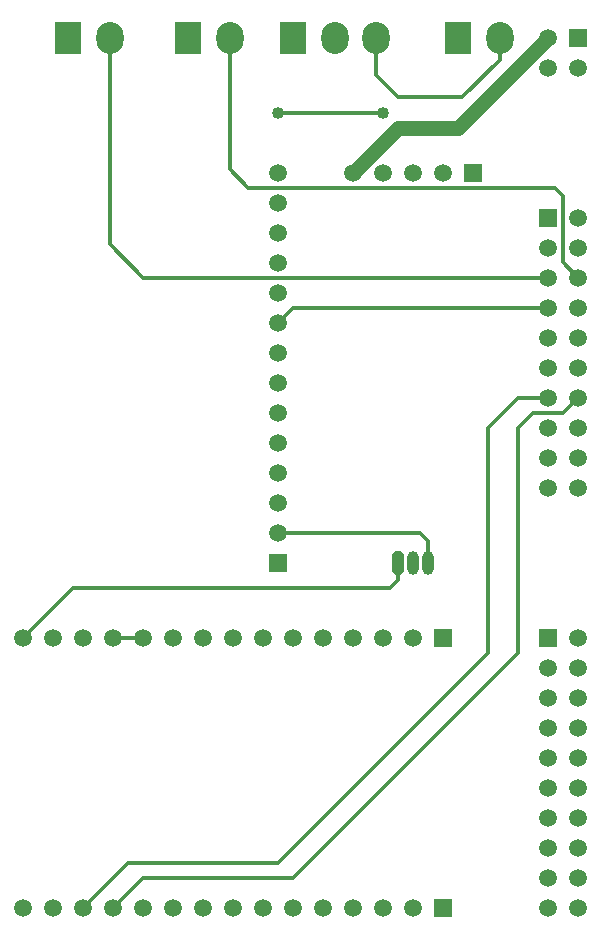
<source format=gbr>
G04 DipTrace 3.3.1.3*
G04 Top.gbr*
%MOIN*%
G04 #@! TF.FileFunction,Copper,L1,Top*
G04 #@! TF.Part,Single*
%AMOUTLINE0*
4,1,8,
-0.019685,-0.029528,
-0.009843,-0.03937,
0.009843,-0.03937,
0.019685,-0.029528,
0.019685,0.029528,
0.009843,0.03937,
-0.009843,0.03937,
-0.019685,0.029528,
-0.019685,-0.029528,
0*%
G04 #@! TA.AperFunction,Conductor*
%ADD13C,0.05*%
%ADD14C,0.012992*%
G04 #@! TA.AperFunction,ComponentPad*
%ADD15R,0.059055X0.059055*%
%ADD16C,0.059055*%
%ADD17R,0.090551X0.106299*%
%ADD18O,0.090551X0.106299*%
%ADD19O,0.03937X0.07874*%
G04 #@! TA.AperFunction,ViaPad*
%ADD20C,0.04*%
G04 #@! TA.AperFunction,ComponentPad*
%ADD39OUTLINE0*%
%FSLAX26Y26*%
G04*
G70*
G90*
G75*
G01*
G04 Top*
%LPD*%
X1743700Y2943700D2*
D13*
X1893700Y3093700D1*
X2093700D1*
X2393700Y3393700D1*
X2231495D2*
D14*
Y3321062D1*
X2105511Y3195078D1*
X1892322D1*
X1819291Y3268109D1*
Y3393700D1*
X1493700Y3143700D2*
X1843700D1*
X1993700Y1643700D2*
Y1717716D1*
X1967716Y1743700D1*
X1493700D1*
X1893700Y1643700D2*
Y1584842D1*
X1867716Y1558857D1*
X808857D1*
X643700Y1393700D1*
X931495Y3393700D2*
Y2705905D1*
X1043700Y2593700D1*
X2393700D1*
X2493700D2*
X2442716Y2644684D1*
Y2866731D1*
X2415747Y2893700D1*
X1393700D1*
X1331495Y2955905D1*
Y3393700D1*
X943700Y493700D2*
X1043700Y593700D1*
X1543700D1*
X2293700Y1343700D1*
Y2093700D1*
X2343700Y2143700D1*
X2443700D1*
X2493700Y2193700D1*
X1493700Y2443700D2*
X1543700Y2493700D1*
X2393700D1*
X843700Y493700D2*
X993700Y643700D1*
X1493700D1*
X2193700Y1343700D1*
Y2093700D1*
X2293700Y2193700D1*
X2393700D1*
X1043700Y1393700D2*
X943700D1*
D20*
X1493700Y3143700D3*
X1843700D3*
D3*
D15*
X2393700Y1393700D3*
D16*
X2493700D3*
X2393700Y1293700D3*
X2493700D3*
X2393700Y1193700D3*
X2493700D3*
X2393700Y1093700D3*
X2493700D3*
X2393700Y993700D3*
X2493700D3*
X2393700Y893700D3*
X2493700D3*
X2393700Y793700D3*
X2493700D3*
X2393700Y693700D3*
X2493700D3*
X2393700Y593700D3*
X2493700D3*
X2393700Y493700D3*
X2493700D3*
D15*
X2393700Y2793700D3*
D16*
X2493700D3*
X2393700Y2693700D3*
X2493700D3*
X2393700Y2593700D3*
X2493700D3*
X2393700Y2493700D3*
X2493700D3*
X2393700Y2393700D3*
X2493700D3*
X2393700Y2293700D3*
X2493700D3*
X2393700Y2193700D3*
X2493700D3*
X2393700Y2093700D3*
X2493700D3*
X2393700Y1993700D3*
X2493700D3*
X2393700Y1893700D3*
X2493700D3*
D15*
Y3393700D3*
D16*
Y3293700D3*
X2393700Y3393700D3*
Y3293700D3*
D15*
X2143700Y2943700D3*
D16*
X2043700D3*
X1943700D3*
X1843700D3*
X1743700D3*
D17*
X2093700Y3393700D3*
D18*
X2231495D3*
D15*
X1493700Y1643700D3*
D16*
Y1743700D3*
Y1843700D3*
Y1943700D3*
Y2043700D3*
Y2143700D3*
Y2243700D3*
Y2343700D3*
Y2443700D3*
Y2543700D3*
Y2643700D3*
Y2743700D3*
Y2843700D3*
Y2943700D3*
D17*
X793700Y3393700D3*
D18*
X931495D3*
D17*
X1193700D3*
D18*
X1331495D3*
D39*
X1893700Y1643700D3*
D19*
X1943700D3*
X1993700D3*
D15*
X2043700Y493700D3*
D16*
X1943700D3*
X1843700D3*
X1743700D3*
X1643700D3*
X1543700D3*
X1443700D3*
X1343700D3*
X1243700D3*
X1143700D3*
X1043700D3*
X943700D3*
X843700D3*
X743700D3*
X643700D3*
D15*
X2043700Y1393700D3*
D16*
X1943700D3*
X1843700D3*
X1743700D3*
X1643700D3*
X1543700D3*
X1443700D3*
X1343700D3*
X1243700D3*
X1143700D3*
X1043700D3*
X943700D3*
X843700D3*
X743700D3*
X643700D3*
D17*
X1543700Y3393700D3*
D18*
X1681495D3*
X1819291D3*
M02*

</source>
